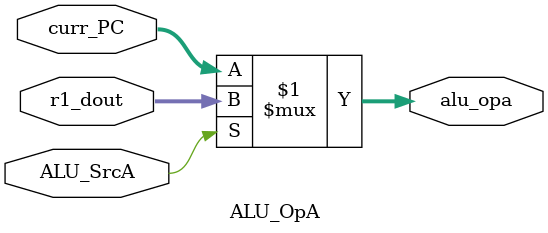
<source format=v>
`timescale 1ns / 1ps
module ALU_OpA(
    input                   ALU_SrcA,
    input           [31:0]  curr_PC,
    input           [31:0]  r1_dout,
    output  signed  [31:0]  alu_opa
    );

assign alu_opa = ALU_SrcA? r1_dout:curr_PC;

endmodule

</source>
